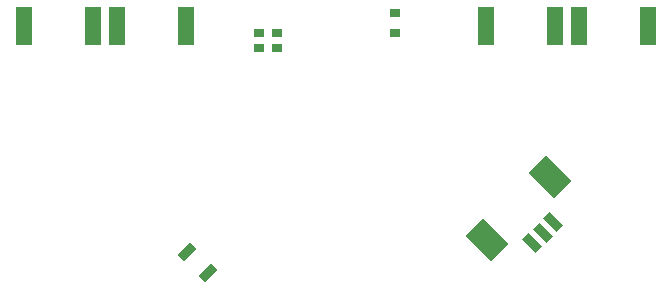
<source format=gbp>
G04*
G04 #@! TF.GenerationSoftware,Altium Limited,Altium Designer,23.2.1 (34)*
G04*
G04 Layer_Color=128*
%FSLAX25Y25*%
%MOIN*%
G70*
G04*
G04 #@! TF.SameCoordinates,70F68BD7-EFF2-48EA-8D55-AD0B0ECCAA1F*
G04*
G04*
G04 #@! TF.FilePolarity,Positive*
G04*
G01*
G75*
%ADD29R,0.03347X0.03150*%
%ADD32R,0.03740X0.02756*%
G04:AMPARAMS|DCode=134|XSize=57.09mil|YSize=29.53mil|CornerRadius=0mil|HoleSize=0mil|Usage=FLASHONLY|Rotation=45.000|XOffset=0mil|YOffset=0mil|HoleType=Round|Shape=Rectangle|*
%AMROTATEDRECTD134*
4,1,4,-0.00974,-0.03062,-0.03062,-0.00974,0.00974,0.03062,0.03062,0.00974,-0.00974,-0.03062,0.0*
%
%ADD134ROTATEDRECTD134*%

%ADD135R,0.05315X0.12992*%
G04:AMPARAMS|DCode=136|XSize=31.5mil|YSize=62.99mil|CornerRadius=0mil|HoleSize=0mil|Usage=FLASHONLY|Rotation=225.000|XOffset=0mil|YOffset=0mil|HoleType=Round|Shape=Rectangle|*
%AMROTATEDRECTD136*
4,1,4,-0.01114,0.03341,0.03341,-0.01114,0.01114,-0.03341,-0.03341,0.01114,-0.01114,0.03341,0.0*
%
%ADD136ROTATEDRECTD136*%

G04:AMPARAMS|DCode=137|XSize=82.68mil|YSize=118.11mil|CornerRadius=0mil|HoleSize=0mil|Usage=FLASHONLY|Rotation=225.000|XOffset=0mil|YOffset=0mil|HoleType=Round|Shape=Rectangle|*
%AMROTATEDRECTD137*
4,1,4,-0.01253,0.07099,0.07099,-0.01253,0.01253,-0.07099,-0.07099,0.01253,-0.01253,0.07099,0.0*
%
%ADD137ROTATEDRECTD137*%

D29*
X-25591Y-2362D02*
D03*
Y-7480D02*
D03*
X-19685Y-2362D02*
D03*
Y-7480D02*
D03*
D32*
X19685Y4429D02*
D03*
Y-2461D02*
D03*
D134*
X-49809Y-75191D02*
D03*
X-42710Y-82290D02*
D03*
D135*
X72933Y0D02*
D03*
X49902D02*
D03*
X104035D02*
D03*
X81004D02*
D03*
X-81004D02*
D03*
X-104035D02*
D03*
X-49902D02*
D03*
X-72933D02*
D03*
D136*
X72378Y-65418D02*
D03*
X68898Y-68898D02*
D03*
X65418Y-72378D02*
D03*
D137*
X50246Y-71403D02*
D03*
X71403Y-50246D02*
D03*
M02*

</source>
